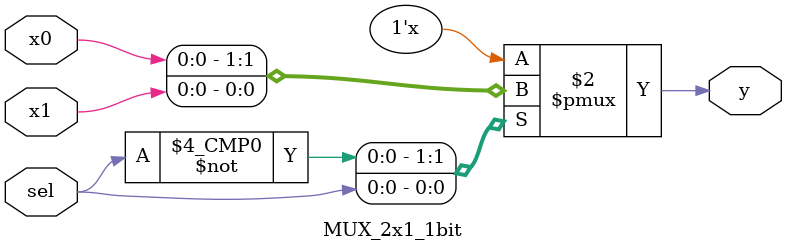
<source format=sv>
`timescale 1ns / 1ps


module MUX_8x1_12bit (
    input  logic [ 3:0] sel,
    input  logic [11:0] x0,
    input  logic [11:0] x1,
    input  logic [11:0] x2,
    input  logic [11:0] x3,
    input  logic [11:0] x4,
    input  logic [11:0] x5,
    input  logic [11:0] x6,
    input  logic [11:0] x7,
    output logic [11:0] y
);

    always @(*) begin  // 입력값 모두 감시
        case (sel)
            3'b000:  y = x0;
            3'b001:  y = x1;
            3'b010:  y = x2;
            3'b011:  y = x3;
            3'b100:  y = x4;
            3'b101:  y = x5;
            3'b110:  y = x6;
            3'b111:  y = x7;
            default: y = 12'bx;
        endcase
    end

endmodule

module MUX_2x1_12bit (
    input  logic        sel,
    input  logic [11:0] x0,
    input  logic [11:0] x1,
    output logic [11:0] y
);

    always @(*) begin  // 입력값 모두 감시
        case (sel)
            1'b0: y = x0;
            1'b1: y = x1;
            default: y = 12'bx;
        endcase
    end

endmodule

module MUX_2x1_4bit (
    input  logic        sel,
    input  logic [3:0] x0,
    input  logic [3:0] x1,
    output logic [3:0] y
);

    always @(*) begin  // 입력값 모두 감시
        case (sel)
            1'b0: y = x0;
            1'b1: y = x1;
            default: y = 4'bx;
        endcase
    end

endmodule

module MUX_4x1_12bit (
    input  logic [ 1:0] sel,
    input  logic [11:0] x0,
    input  logic [11:0] x1,
    input  logic [11:0] x2,
    input  logic [11:0] x3,
    output logic [11:0] y
);

    always @(*) begin  // 입력값 모두 감시
        case (sel)
            2'b00:   y = x0;
            2'b01:   y = x1;
            2'b10:   y = x2;
            2'b11:   y = x3;
            default: y = 12'bx;
        endcase
    end

endmodule

module MUX_2x1_1bit (
    input  logic sel,
    input  logic x0,
    input  logic x1,
    output logic y
);

    always @(*) begin  // 입력값 모두 감시
        case (sel)
            1'b0: y = x0;
            1'b1: y = x1;
            default: y = 1'bx;
        endcase
    end
endmodule

</source>
